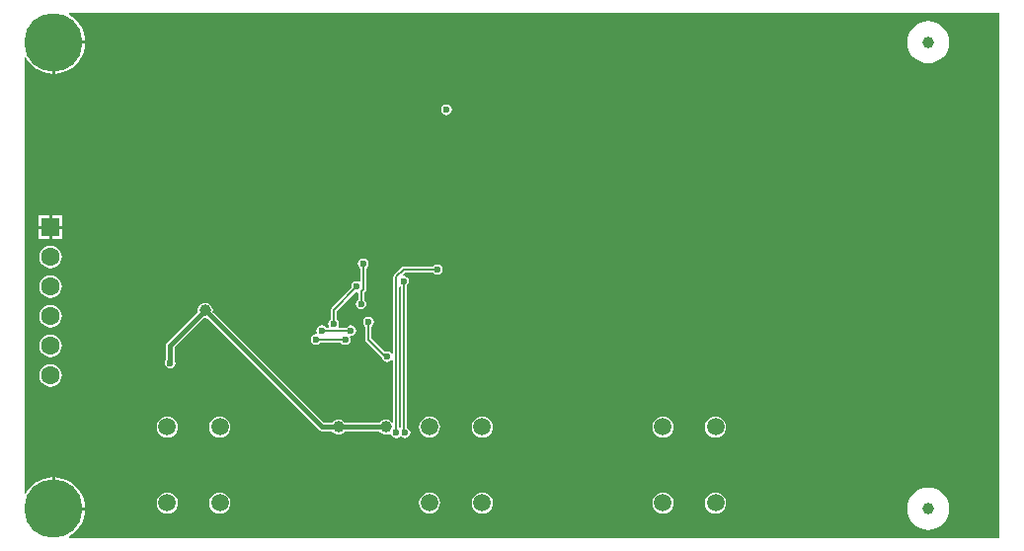
<source format=gbl>
G04*
G04 #@! TF.GenerationSoftware,Altium Limited,Altium Designer,19.0.15 (446)*
G04*
G04 Layer_Physical_Order=2*
G04 Layer_Color=16711680*
%FSLAX25Y25*%
%MOIN*%
G70*
G01*
G75*
%ADD15C,0.00787*%
%ADD55C,0.01575*%
%ADD59C,0.05906*%
%ADD60C,0.06299*%
%ADD61R,0.06299X0.06299*%
%ADD62C,0.03937*%
%ADD63C,0.19685*%
%ADD64C,0.02362*%
%ADD65C,0.03150*%
G36*
X319390Y167323D02*
Y-9843D01*
X5240Y-9843D01*
X5099Y-9342D01*
X6267Y-8626D01*
X7540Y-7540D01*
X8626Y-6267D01*
X9501Y-4841D01*
X10141Y-3295D01*
X10531Y-1668D01*
X10623Y-500D01*
X0D01*
Y0D01*
X-500D01*
Y10623D01*
X-1668Y10531D01*
X-3295Y10141D01*
X-4841Y9501D01*
X-6267Y8626D01*
X-7540Y7540D01*
X-8626Y6267D01*
X-9342Y5099D01*
X-9843Y5240D01*
Y152241D01*
X-9342Y152382D01*
X-8626Y151213D01*
X-7540Y149941D01*
X-6267Y148854D01*
X-4841Y147980D01*
X-3295Y147339D01*
X-1668Y146949D01*
X-500Y146857D01*
Y157480D01*
X0D01*
Y157980D01*
X10623D01*
X10531Y159148D01*
X10141Y160775D01*
X9501Y162321D01*
X8626Y163748D01*
X7540Y165020D01*
X6267Y166107D01*
X5099Y166823D01*
X5240Y167323D01*
X319390Y167323D01*
D02*
G37*
%LPC*%
G36*
X295276Y164601D02*
X293886Y164464D01*
X292550Y164059D01*
X291319Y163401D01*
X290240Y162516D01*
X289355Y161436D01*
X288697Y160205D01*
X288292Y158870D01*
X288155Y157480D01*
X288292Y156091D01*
X288697Y154755D01*
X289355Y153524D01*
X290240Y152445D01*
X291319Y151559D01*
X292550Y150901D01*
X293886Y150496D01*
X295276Y150359D01*
X296665Y150496D01*
X298001Y150901D01*
X299232Y151559D01*
X300311Y152445D01*
X301196Y153524D01*
X301854Y154755D01*
X302260Y156091D01*
X302396Y157480D01*
X302260Y158870D01*
X301854Y160205D01*
X301196Y161436D01*
X300311Y162516D01*
X299232Y163401D01*
X298001Y164059D01*
X296665Y164464D01*
X295276Y164601D01*
D02*
G37*
G36*
X10623Y156980D02*
X500D01*
Y146857D01*
X1668Y146949D01*
X3295Y147339D01*
X4841Y147980D01*
X6267Y148854D01*
X7540Y149941D01*
X8626Y151213D01*
X9501Y152639D01*
X10141Y154185D01*
X10531Y155812D01*
X10623Y156980D01*
D02*
G37*
G36*
X132677Y136452D02*
X131986Y136314D01*
X131400Y135923D01*
X131008Y135337D01*
X130871Y134646D01*
X131008Y133954D01*
X131400Y133368D01*
X131986Y132977D01*
X132677Y132839D01*
X133368Y132977D01*
X133955Y133368D01*
X134346Y133954D01*
X134484Y134646D01*
X134346Y135337D01*
X133955Y135923D01*
X133368Y136314D01*
X132677Y136452D01*
D02*
G37*
G36*
X2953Y98898D02*
X-484D01*
Y95461D01*
X2953D01*
Y98898D01*
D02*
G37*
G36*
X-1484D02*
X-4921D01*
Y95461D01*
X-1484D01*
Y98898D01*
D02*
G37*
G36*
X2953Y94461D02*
X-484D01*
Y91024D01*
X2953D01*
Y94461D01*
D02*
G37*
G36*
X-1484D02*
X-4921D01*
Y91024D01*
X-1484D01*
Y94461D01*
D02*
G37*
G36*
X-984Y88733D02*
X-1961Y88604D01*
X-2871Y88228D01*
X-3652Y87628D01*
X-4251Y86847D01*
X-4628Y85937D01*
X-4757Y84961D01*
X-4628Y83984D01*
X-4251Y83074D01*
X-3652Y82293D01*
X-2871Y81694D01*
X-1961Y81317D01*
X-984Y81188D01*
X-8Y81317D01*
X902Y81694D01*
X1683Y82293D01*
X2283Y83074D01*
X2660Y83984D01*
X2788Y84961D01*
X2660Y85937D01*
X2283Y86847D01*
X1683Y87628D01*
X902Y88228D01*
X-8Y88604D01*
X-984Y88733D01*
D02*
G37*
G36*
X129603Y82515D02*
X128911Y82377D01*
X128325Y81986D01*
X128143Y81712D01*
X118110D01*
X117726Y81636D01*
X117401Y81418D01*
X115038Y79056D01*
X114821Y78730D01*
X114744Y78346D01*
Y52173D01*
X114707Y52158D01*
X114244Y52090D01*
X113915Y52582D01*
X113329Y52974D01*
X112638Y53111D01*
X111946Y52974D01*
X111877Y52928D01*
X107303Y57502D01*
Y61532D01*
X107577Y61715D01*
X107968Y62301D01*
X108106Y62992D01*
X107968Y63683D01*
X107577Y64269D01*
X106991Y64661D01*
X106299Y64798D01*
X105608Y64661D01*
X105022Y64269D01*
X104630Y63683D01*
X104493Y62992D01*
X104630Y62301D01*
X105022Y61715D01*
X105296Y61532D01*
Y57087D01*
X105372Y56703D01*
X105590Y56377D01*
X110874Y51093D01*
X110969Y50614D01*
X111361Y50028D01*
X111946Y49636D01*
X112638Y49499D01*
X113329Y49636D01*
X113915Y50028D01*
X114244Y50521D01*
X114707Y50453D01*
X114744Y50438D01*
Y29274D01*
X114244Y29105D01*
X114030Y29384D01*
X113495Y29794D01*
X112873Y30052D01*
X112205Y30140D01*
X111537Y30052D01*
X110914Y29794D01*
X110380Y29384D01*
X110057Y28964D01*
X98323D01*
X98001Y29384D01*
X97466Y29794D01*
X96844Y30052D01*
X96176Y30140D01*
X95508Y30052D01*
X94885Y29794D01*
X94350Y29384D01*
X94028Y28964D01*
X91133D01*
X53693Y66404D01*
X53762Y66929D01*
X53674Y67597D01*
X53416Y68220D01*
X53006Y68754D01*
X52472Y69164D01*
X51849Y69422D01*
X51181Y69510D01*
X50513Y69422D01*
X49891Y69164D01*
X49356Y68754D01*
X48946Y68220D01*
X48688Y67597D01*
X48600Y66929D01*
X48669Y66404D01*
X38377Y56112D01*
X38072Y55656D01*
X37965Y55118D01*
Y50299D01*
X37701Y49904D01*
X37564Y49213D01*
X37701Y48521D01*
X38093Y47935D01*
X38679Y47544D01*
X39370Y47406D01*
X40061Y47544D01*
X40647Y47935D01*
X41039Y48521D01*
X41176Y49213D01*
X41039Y49904D01*
X40775Y50299D01*
Y54536D01*
X50656Y64417D01*
X51181Y64348D01*
X51706Y64417D01*
X89558Y26566D01*
X90013Y26261D01*
X90551Y26154D01*
X94028D01*
X94350Y25734D01*
X94885Y25324D01*
X95508Y25066D01*
X96176Y24978D01*
X96844Y25066D01*
X97466Y25324D01*
X98001Y25734D01*
X98323Y26154D01*
X110057D01*
X110380Y25734D01*
X110914Y25324D01*
X111537Y25066D01*
X112205Y24978D01*
X112873Y25066D01*
X113495Y25324D01*
X113570Y25381D01*
X114038Y25205D01*
X114079Y24998D01*
X114471Y24412D01*
X115057Y24020D01*
X115748Y23883D01*
X116439Y24020D01*
X116846Y24292D01*
X117433Y24313D01*
X118019Y23922D01*
X118710Y23784D01*
X119402Y23922D01*
X119988Y24313D01*
X120379Y24899D01*
X120517Y25591D01*
X120379Y26282D01*
X119988Y26868D01*
X119414Y27251D01*
Y75632D01*
X119779Y76179D01*
X119917Y76870D01*
X119779Y77561D01*
X119387Y78147D01*
X118801Y78539D01*
X118189Y78661D01*
X118049Y78908D01*
X117981Y79161D01*
X118526Y79705D01*
X128143D01*
X128325Y79431D01*
X128911Y79040D01*
X129603Y78902D01*
X130294Y79040D01*
X130880Y79431D01*
X131272Y80017D01*
X131409Y80709D01*
X131272Y81400D01*
X130880Y81986D01*
X130294Y82377D01*
X129603Y82515D01*
D02*
G37*
G36*
X104527Y84483D02*
X103836Y84346D01*
X103250Y83955D01*
X102859Y83368D01*
X102721Y82677D01*
X102859Y81986D01*
X103250Y81400D01*
X103524Y81217D01*
Y76891D01*
X103111Y76635D01*
X103024Y76635D01*
X102362Y76767D01*
X101671Y76630D01*
X101085Y76238D01*
X100693Y75652D01*
X100556Y74961D01*
X100620Y74638D01*
X93779Y67796D01*
X93561Y67471D01*
X93485Y67087D01*
Y63763D01*
X93211Y63580D01*
X92819Y62994D01*
X92682Y62303D01*
X92813Y61641D01*
X92814Y61554D01*
X92558Y61141D01*
X92051D01*
X91829Y61474D01*
X91242Y61866D01*
X90551Y62003D01*
X89860Y61866D01*
X89274Y61474D01*
X88882Y60888D01*
X88745Y60197D01*
X88882Y59506D01*
X89008Y59318D01*
X88707Y58868D01*
X88583Y58893D01*
X87891Y58755D01*
X87305Y58364D01*
X86914Y57778D01*
X86776Y57087D01*
X86914Y56395D01*
X87305Y55809D01*
X87891Y55418D01*
X88583Y55280D01*
X89274Y55418D01*
X89860Y55809D01*
X90043Y56083D01*
X96965D01*
X97148Y55809D01*
X97734Y55418D01*
X98425Y55280D01*
X99116Y55418D01*
X99703Y55809D01*
X100094Y56395D01*
X100232Y57087D01*
X100094Y57778D01*
X99969Y57965D01*
X100270Y58415D01*
X100394Y58390D01*
X101085Y58528D01*
X101671Y58920D01*
X102063Y59506D01*
X102200Y60197D01*
X102063Y60888D01*
X101671Y61474D01*
X101085Y61866D01*
X100394Y62003D01*
X99702Y61866D01*
X99116Y61474D01*
X98894Y61141D01*
X96419D01*
X96162Y61554D01*
X96163Y61641D01*
X96295Y62303D01*
X96157Y62994D01*
X95766Y63580D01*
X95492Y63763D01*
Y66671D01*
X102039Y73219D01*
X102362Y73154D01*
X102378Y73158D01*
X102765Y72840D01*
Y70653D01*
X102491Y70470D01*
X102100Y69884D01*
X101962Y69193D01*
X102100Y68502D01*
X102491Y67916D01*
X103077Y67524D01*
X103768Y67387D01*
X104460Y67524D01*
X105046Y67916D01*
X105437Y68502D01*
X105575Y69193D01*
X105437Y69884D01*
X105046Y70470D01*
X104772Y70653D01*
Y72889D01*
X105237Y73354D01*
X105455Y73680D01*
X105531Y74064D01*
Y81217D01*
X105805Y81400D01*
X106196Y81986D01*
X106334Y82677D01*
X106196Y83368D01*
X105805Y83955D01*
X105219Y84346D01*
X104527Y84483D01*
D02*
G37*
G36*
X-984Y78733D02*
X-1961Y78605D01*
X-2871Y78228D01*
X-3652Y77628D01*
X-4251Y76847D01*
X-4628Y75937D01*
X-4757Y74961D01*
X-4628Y73984D01*
X-4251Y73074D01*
X-3652Y72293D01*
X-2871Y71694D01*
X-1961Y71317D01*
X-984Y71188D01*
X-8Y71317D01*
X902Y71694D01*
X1683Y72293D01*
X2283Y73074D01*
X2660Y73984D01*
X2788Y74961D01*
X2660Y75937D01*
X2283Y76847D01*
X1683Y77628D01*
X902Y78228D01*
X-8Y78605D01*
X-984Y78733D01*
D02*
G37*
G36*
X-984Y68733D02*
X-1961Y68604D01*
X-2871Y68228D01*
X-3652Y67628D01*
X-4251Y66847D01*
X-4628Y65937D01*
X-4757Y64961D01*
X-4628Y63984D01*
X-4251Y63074D01*
X-3652Y62293D01*
X-2871Y61694D01*
X-1961Y61317D01*
X-984Y61188D01*
X-8Y61317D01*
X902Y61694D01*
X1683Y62293D01*
X2283Y63074D01*
X2660Y63984D01*
X2788Y64961D01*
X2660Y65937D01*
X2283Y66847D01*
X1683Y67628D01*
X902Y68228D01*
X-8Y68604D01*
X-984Y68733D01*
D02*
G37*
G36*
Y58733D02*
X-1961Y58605D01*
X-2871Y58228D01*
X-3652Y57628D01*
X-4251Y56847D01*
X-4628Y55937D01*
X-4757Y54961D01*
X-4628Y53984D01*
X-4251Y53074D01*
X-3652Y52293D01*
X-2871Y51694D01*
X-1961Y51317D01*
X-984Y51188D01*
X-8Y51317D01*
X902Y51694D01*
X1683Y52293D01*
X2283Y53074D01*
X2660Y53984D01*
X2788Y54961D01*
X2660Y55937D01*
X2283Y56847D01*
X1683Y57628D01*
X902Y58228D01*
X-8Y58605D01*
X-984Y58733D01*
D02*
G37*
G36*
X-984Y48733D02*
X-1961Y48605D01*
X-2871Y48228D01*
X-3652Y47628D01*
X-4251Y46847D01*
X-4628Y45937D01*
X-4757Y44961D01*
X-4628Y43984D01*
X-4251Y43074D01*
X-3652Y42293D01*
X-2871Y41694D01*
X-1961Y41317D01*
X-984Y41188D01*
X-8Y41317D01*
X902Y41694D01*
X1683Y42293D01*
X2283Y43074D01*
X2660Y43984D01*
X2788Y44961D01*
X2660Y45937D01*
X2283Y46847D01*
X1683Y47628D01*
X902Y48228D01*
X-8Y48605D01*
X-984Y48733D01*
D02*
G37*
G36*
X223425Y31133D02*
X222500Y31011D01*
X221638Y30654D01*
X220898Y30086D01*
X220330Y29346D01*
X219973Y28484D01*
X219851Y27559D01*
X219973Y26634D01*
X220330Y25772D01*
X220898Y25032D01*
X221638Y24464D01*
X222500Y24107D01*
X223425Y23985D01*
X224350Y24107D01*
X225212Y24464D01*
X225952Y25032D01*
X226520Y25772D01*
X226877Y26634D01*
X226999Y27559D01*
X226877Y28484D01*
X226520Y29346D01*
X225952Y30086D01*
X225212Y30654D01*
X224350Y31011D01*
X223425Y31133D01*
D02*
G37*
G36*
X205709D02*
X204784Y31011D01*
X203922Y30654D01*
X203182Y30086D01*
X202614Y29346D01*
X202257Y28484D01*
X202135Y27559D01*
X202257Y26634D01*
X202614Y25772D01*
X203182Y25032D01*
X203922Y24464D01*
X204784Y24107D01*
X205709Y23985D01*
X206634Y24107D01*
X207496Y24464D01*
X208236Y25032D01*
X208804Y25772D01*
X209161Y26634D01*
X209282Y27559D01*
X209161Y28484D01*
X208804Y29346D01*
X208236Y30086D01*
X207496Y30654D01*
X206634Y31011D01*
X205709Y31133D01*
D02*
G37*
G36*
X144685D02*
X143760Y31011D01*
X142898Y30654D01*
X142158Y30086D01*
X141590Y29346D01*
X141233Y28484D01*
X141111Y27559D01*
X141233Y26634D01*
X141590Y25772D01*
X142158Y25032D01*
X142898Y24464D01*
X143760Y24107D01*
X144685Y23985D01*
X145610Y24107D01*
X146472Y24464D01*
X147212Y25032D01*
X147780Y25772D01*
X148137Y26634D01*
X148259Y27559D01*
X148137Y28484D01*
X147780Y29346D01*
X147212Y30086D01*
X146472Y30654D01*
X145610Y31011D01*
X144685Y31133D01*
D02*
G37*
G36*
X126969D02*
X126043Y31011D01*
X125182Y30654D01*
X124441Y30086D01*
X123873Y29346D01*
X123516Y28484D01*
X123395Y27559D01*
X123516Y26634D01*
X123873Y25772D01*
X124441Y25032D01*
X125182Y24464D01*
X126043Y24107D01*
X126969Y23985D01*
X127893Y24107D01*
X128755Y24464D01*
X129496Y25032D01*
X130064Y25772D01*
X130421Y26634D01*
X130542Y27559D01*
X130421Y28484D01*
X130064Y29346D01*
X129496Y30086D01*
X128755Y30654D01*
X127893Y31011D01*
X126969Y31133D01*
D02*
G37*
G36*
X56102D02*
X55177Y31011D01*
X54315Y30654D01*
X53575Y30086D01*
X53007Y29346D01*
X52650Y28484D01*
X52529Y27559D01*
X52650Y26634D01*
X53007Y25772D01*
X53575Y25032D01*
X54315Y24464D01*
X55177Y24107D01*
X56102Y23985D01*
X57027Y24107D01*
X57889Y24464D01*
X58630Y25032D01*
X59197Y25772D01*
X59554Y26634D01*
X59676Y27559D01*
X59554Y28484D01*
X59197Y29346D01*
X58630Y30086D01*
X57889Y30654D01*
X57027Y31011D01*
X56102Y31133D01*
D02*
G37*
G36*
X38386D02*
X37461Y31011D01*
X36599Y30654D01*
X35859Y30086D01*
X35291Y29346D01*
X34934Y28484D01*
X34812Y27559D01*
X34934Y26634D01*
X35291Y25772D01*
X35859Y25032D01*
X36599Y24464D01*
X37461Y24107D01*
X38386Y23985D01*
X39311Y24107D01*
X40173Y24464D01*
X40913Y25032D01*
X41481Y25772D01*
X41838Y26634D01*
X41960Y27559D01*
X41838Y28484D01*
X41481Y29346D01*
X40913Y30086D01*
X40173Y30654D01*
X39311Y31011D01*
X38386Y31133D01*
D02*
G37*
G36*
X500Y10623D02*
Y500D01*
X10623D01*
X10531Y1668D01*
X10141Y3295D01*
X9501Y4841D01*
X8626Y6267D01*
X7540Y7540D01*
X6267Y8626D01*
X4841Y9501D01*
X3295Y10141D01*
X1668Y10531D01*
X500Y10623D01*
D02*
G37*
G36*
X223425Y5542D02*
X222500Y5421D01*
X221638Y5064D01*
X220898Y4496D01*
X220330Y3755D01*
X219973Y2894D01*
X219851Y1969D01*
X219973Y1044D01*
X220330Y182D01*
X220898Y-559D01*
X221638Y-1127D01*
X222500Y-1484D01*
X223425Y-1605D01*
X224350Y-1484D01*
X225212Y-1127D01*
X225952Y-559D01*
X226520Y182D01*
X226877Y1044D01*
X226999Y1969D01*
X226877Y2894D01*
X226520Y3755D01*
X225952Y4496D01*
X225212Y5064D01*
X224350Y5421D01*
X223425Y5542D01*
D02*
G37*
G36*
X205709D02*
X204784Y5421D01*
X203922Y5064D01*
X203182Y4496D01*
X202614Y3755D01*
X202257Y2894D01*
X202135Y1969D01*
X202257Y1044D01*
X202614Y182D01*
X203182Y-559D01*
X203922Y-1127D01*
X204784Y-1484D01*
X205709Y-1605D01*
X206634Y-1484D01*
X207496Y-1127D01*
X208236Y-559D01*
X208804Y182D01*
X209161Y1044D01*
X209282Y1969D01*
X209161Y2894D01*
X208804Y3755D01*
X208236Y4496D01*
X207496Y5064D01*
X206634Y5421D01*
X205709Y5542D01*
D02*
G37*
G36*
X144685D02*
X143760Y5421D01*
X142898Y5064D01*
X142158Y4496D01*
X141590Y3755D01*
X141233Y2894D01*
X141111Y1969D01*
X141233Y1044D01*
X141590Y182D01*
X142158Y-559D01*
X142898Y-1127D01*
X143760Y-1484D01*
X144685Y-1605D01*
X145610Y-1484D01*
X146472Y-1127D01*
X147212Y-559D01*
X147780Y182D01*
X148137Y1044D01*
X148259Y1969D01*
X148137Y2894D01*
X147780Y3755D01*
X147212Y4496D01*
X146472Y5064D01*
X145610Y5421D01*
X144685Y5542D01*
D02*
G37*
G36*
X126969D02*
X126043Y5421D01*
X125182Y5064D01*
X124441Y4496D01*
X123873Y3755D01*
X123516Y2894D01*
X123395Y1969D01*
X123516Y1044D01*
X123873Y182D01*
X124441Y-559D01*
X125182Y-1127D01*
X126043Y-1484D01*
X126969Y-1605D01*
X127893Y-1484D01*
X128755Y-1127D01*
X129496Y-559D01*
X130064Y182D01*
X130421Y1044D01*
X130542Y1969D01*
X130421Y2894D01*
X130064Y3755D01*
X129496Y4496D01*
X128755Y5064D01*
X127893Y5421D01*
X126969Y5542D01*
D02*
G37*
G36*
X56102D02*
X55177Y5421D01*
X54315Y5064D01*
X53575Y4496D01*
X53007Y3755D01*
X52650Y2894D01*
X52529Y1969D01*
X52650Y1044D01*
X53007Y182D01*
X53575Y-559D01*
X54315Y-1127D01*
X55177Y-1484D01*
X56102Y-1605D01*
X57027Y-1484D01*
X57889Y-1127D01*
X58630Y-559D01*
X59197Y182D01*
X59554Y1044D01*
X59676Y1969D01*
X59554Y2894D01*
X59197Y3755D01*
X58630Y4496D01*
X57889Y5064D01*
X57027Y5421D01*
X56102Y5542D01*
D02*
G37*
G36*
X38386D02*
X37461Y5421D01*
X36599Y5064D01*
X35859Y4496D01*
X35291Y3755D01*
X34934Y2894D01*
X34812Y1969D01*
X34934Y1044D01*
X35291Y182D01*
X35859Y-559D01*
X36599Y-1127D01*
X37461Y-1484D01*
X38386Y-1605D01*
X39311Y-1484D01*
X40173Y-1127D01*
X40913Y-559D01*
X41481Y182D01*
X41838Y1044D01*
X41960Y1969D01*
X41838Y2894D01*
X41481Y3755D01*
X40913Y4496D01*
X40173Y5064D01*
X39311Y5421D01*
X38386Y5542D01*
D02*
G37*
G36*
X295276Y7121D02*
X293886Y6984D01*
X292550Y6579D01*
X291319Y5921D01*
X290240Y5035D01*
X289355Y3956D01*
X288697Y2725D01*
X288292Y1389D01*
X288155Y0D01*
X288292Y-1389D01*
X288697Y-2725D01*
X289355Y-3956D01*
X290240Y-5035D01*
X291319Y-5921D01*
X292550Y-6579D01*
X293886Y-6984D01*
X295276Y-7121D01*
X296665Y-6984D01*
X298001Y-6579D01*
X299232Y-5921D01*
X300311Y-5035D01*
X301196Y-3956D01*
X301854Y-2725D01*
X302260Y-1389D01*
X302396Y0D01*
X302260Y1389D01*
X301854Y2725D01*
X301196Y3956D01*
X300311Y5035D01*
X299232Y5921D01*
X298001Y6579D01*
X296665Y6984D01*
X295276Y7121D01*
D02*
G37*
%LPD*%
G36*
X117407Y74829D02*
Y27672D01*
X116907Y27412D01*
X116752Y27521D01*
Y74639D01*
X117252Y74922D01*
X117407Y74829D01*
D02*
G37*
D15*
X104527Y74064D02*
Y82677D01*
X103768Y69193D02*
Y73305D01*
X104527Y74064D01*
X115748Y25689D02*
Y78346D01*
X118110Y80709D02*
X129603D01*
X115748Y78346D02*
X118110Y80709D01*
Y76870D02*
X118410Y76570D01*
Y25891D02*
Y76570D01*
Y25891D02*
X118710Y25591D01*
X106299Y57087D02*
X112359Y51027D01*
X94488Y67087D02*
X102362Y74961D01*
X94488Y62303D02*
Y67087D01*
X100335Y60138D02*
X100394Y60197D01*
X90610Y60138D02*
X100335D01*
X90551Y60197D02*
X90610Y60138D01*
X88583Y57087D02*
X98425D01*
X106299Y57087D02*
Y62992D01*
D55*
X39370Y55118D02*
X51181Y66929D01*
X39370Y49213D02*
Y55118D01*
X96176Y27559D02*
X112205D01*
X90551D02*
X96176D01*
X51181Y66929D02*
X90551Y27559D01*
D59*
X56102Y27559D02*
D03*
X38386D02*
D03*
X56102Y1969D02*
D03*
X38386D02*
D03*
X144685Y27559D02*
D03*
X126969D02*
D03*
X144685Y1969D02*
D03*
X126969D02*
D03*
X223425Y27559D02*
D03*
X205709D02*
D03*
X223425Y1969D02*
D03*
X205709D02*
D03*
D60*
X-984Y54961D02*
D03*
Y64961D02*
D03*
X-984Y74961D02*
D03*
X-984Y84961D02*
D03*
X-984Y44961D02*
D03*
D61*
X-984Y94961D02*
D03*
D62*
X295276Y157480D02*
D03*
Y0D02*
D03*
X96176Y27559D02*
D03*
X112205D02*
D03*
X51181Y66929D02*
D03*
D63*
X0Y157480D02*
D03*
Y0D02*
D03*
D64*
X133858Y140157D02*
D03*
X132677Y134646D02*
D03*
X109449Y18898D02*
D03*
X39370Y49213D02*
D03*
X104527Y82677D02*
D03*
X103768Y69193D02*
D03*
X129603Y80709D02*
D03*
X118110Y76870D02*
D03*
X115748Y25689D02*
D03*
X35433Y76870D02*
D03*
X66929Y31806D02*
D03*
X234252Y31890D02*
D03*
X194882Y5906D02*
D03*
X183071D02*
D03*
X171260D02*
D03*
Y27657D02*
D03*
X183071D02*
D03*
X194882D02*
D03*
X154774Y31806D02*
D03*
X83799Y12615D02*
D03*
X114173Y7480D02*
D03*
X118710Y25591D02*
D03*
X112638Y51305D02*
D03*
X94488Y62303D02*
D03*
X90551Y60197D02*
D03*
X100394D02*
D03*
X88583Y57087D02*
D03*
X102362Y74961D02*
D03*
X59039Y132047D02*
D03*
X198874Y99806D02*
D03*
X205011Y106816D02*
D03*
Y110123D02*
D03*
X201772Y106816D02*
D03*
X198874Y102953D02*
D03*
Y106816D02*
D03*
X208661D02*
D03*
Y110123D02*
D03*
X201772Y110236D02*
D03*
X198874Y110123D02*
D03*
X163386Y68758D02*
D03*
X129603Y66634D02*
D03*
X79808Y53543D02*
D03*
X83745Y67778D02*
D03*
X36417Y70098D02*
D03*
X15748Y68693D02*
D03*
X98425Y57087D02*
D03*
X106299Y62992D02*
D03*
D65*
X221358Y8268D02*
D03*
X309941Y161811D02*
D03*
X315846Y150000D02*
D03*
X309941Y138189D02*
D03*
X315846Y126378D02*
D03*
X309941Y114567D02*
D03*
X315846Y102756D02*
D03*
Y79134D02*
D03*
X309941Y67323D02*
D03*
X315846Y55512D02*
D03*
X309941Y43701D02*
D03*
X315846Y31890D02*
D03*
X309941Y20079D02*
D03*
X315846Y8268D02*
D03*
X309941Y-3543D02*
D03*
X304035Y150000D02*
D03*
X298130Y138189D02*
D03*
X304035Y126378D02*
D03*
X298130Y114567D02*
D03*
X304035Y102756D02*
D03*
Y79134D02*
D03*
X298130Y67323D02*
D03*
X304035Y55512D02*
D03*
X298130Y43701D02*
D03*
X304035Y31890D02*
D03*
X298130Y20079D02*
D03*
X304035Y8268D02*
D03*
X286319Y161811D02*
D03*
Y138189D02*
D03*
X292224Y126378D02*
D03*
X286319Y114567D02*
D03*
X292224Y102756D02*
D03*
Y79134D02*
D03*
X286319Y67323D02*
D03*
X292224Y55512D02*
D03*
X286319Y43701D02*
D03*
X292224Y31890D02*
D03*
X286319Y20079D02*
D03*
X274508Y161811D02*
D03*
X280413Y150000D02*
D03*
X274508Y138189D02*
D03*
X280413Y126378D02*
D03*
X274508Y114567D02*
D03*
X280413Y102756D02*
D03*
Y79134D02*
D03*
X274508Y67323D02*
D03*
X280413Y55512D02*
D03*
X274508Y43701D02*
D03*
X280413Y31890D02*
D03*
X274508Y20079D02*
D03*
X280413Y8268D02*
D03*
X274508Y-3543D02*
D03*
X262697Y161811D02*
D03*
X268602Y150000D02*
D03*
X262697Y138189D02*
D03*
X268602Y126378D02*
D03*
X262697Y114567D02*
D03*
X268602Y102756D02*
D03*
Y79134D02*
D03*
X262697Y67323D02*
D03*
X268602Y55512D02*
D03*
X262697Y43701D02*
D03*
X268602Y31890D02*
D03*
X262697Y20079D02*
D03*
X268602Y8268D02*
D03*
X262697Y-3543D02*
D03*
X250886Y161811D02*
D03*
X256791Y150000D02*
D03*
X250886Y138189D02*
D03*
X256791Y126378D02*
D03*
X250886Y114567D02*
D03*
X256791Y102756D02*
D03*
Y79134D02*
D03*
X250886Y67323D02*
D03*
X256791Y55512D02*
D03*
X250886Y43701D02*
D03*
X256791Y31890D02*
D03*
X250886Y20079D02*
D03*
X256791Y8268D02*
D03*
X250886Y-3543D02*
D03*
X239075Y161811D02*
D03*
X244980Y150000D02*
D03*
X239075Y138189D02*
D03*
X244980Y126378D02*
D03*
X239075Y114567D02*
D03*
X244980Y102756D02*
D03*
Y79134D02*
D03*
X239075Y67323D02*
D03*
X244980Y55512D02*
D03*
X239075Y43701D02*
D03*
X244980Y31890D02*
D03*
Y8268D02*
D03*
X227264Y161811D02*
D03*
X233169Y150000D02*
D03*
X227264Y138189D02*
D03*
X233169Y126378D02*
D03*
X227264Y114567D02*
D03*
X233169Y102756D02*
D03*
Y79134D02*
D03*
X227264Y67323D02*
D03*
X233169Y55512D02*
D03*
X215453Y161811D02*
D03*
X221358Y150000D02*
D03*
X215453Y138189D02*
D03*
X221358Y126378D02*
D03*
X215453Y114567D02*
D03*
X221358Y102756D02*
D03*
Y79134D02*
D03*
X215453Y67323D02*
D03*
X221358Y55512D02*
D03*
X215453Y43701D02*
D03*
Y20079D02*
D03*
Y-3543D02*
D03*
X203642Y161811D02*
D03*
X209547Y150000D02*
D03*
X203642Y138189D02*
D03*
X209547Y126378D02*
D03*
X203642Y114567D02*
D03*
X209547Y79134D02*
D03*
X203642Y67323D02*
D03*
X209547Y55512D02*
D03*
X191831Y161811D02*
D03*
X197736Y150000D02*
D03*
X191831Y138189D02*
D03*
X197736Y126378D02*
D03*
X191831Y114567D02*
D03*
Y90945D02*
D03*
X197736Y79134D02*
D03*
X191831Y67323D02*
D03*
X197736Y55512D02*
D03*
X180020Y161811D02*
D03*
X185925Y150000D02*
D03*
X180020Y138189D02*
D03*
X185925Y126378D02*
D03*
X180020Y114567D02*
D03*
X185925Y102756D02*
D03*
X180020Y90945D02*
D03*
X185925Y79134D02*
D03*
X180020Y67323D02*
D03*
X185925Y55512D02*
D03*
M02*

</source>
